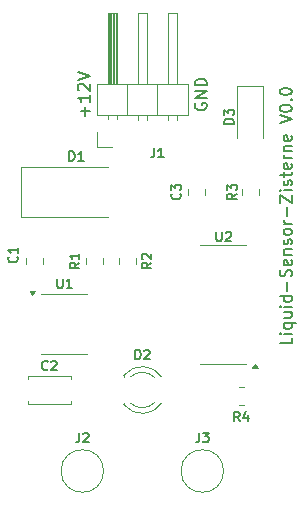
<source format=gbr>
%TF.GenerationSoftware,KiCad,Pcbnew,8.0.1*%
%TF.CreationDate,2024-11-01T11:19:19+01:00*%
%TF.ProjectId,Liquid-Sensor-Zisterne,4c697175-6964-42d5-9365-6e736f722d5a,rev?*%
%TF.SameCoordinates,Original*%
%TF.FileFunction,Legend,Top*%
%TF.FilePolarity,Positive*%
%FSLAX46Y46*%
G04 Gerber Fmt 4.6, Leading zero omitted, Abs format (unit mm)*
G04 Created by KiCad (PCBNEW 8.0.1) date 2024-11-01 11:19:19*
%MOMM*%
%LPD*%
G01*
G04 APERTURE LIST*
%ADD10C,0.200000*%
%ADD11C,0.150000*%
%ADD12C,0.120000*%
G04 APERTURE END LIST*
D10*
X154680266Y-62622326D02*
X154680266Y-61860422D01*
X155061219Y-62241374D02*
X154299314Y-62241374D01*
X155061219Y-60860422D02*
X155061219Y-61431850D01*
X155061219Y-61146136D02*
X154061219Y-61146136D01*
X154061219Y-61146136D02*
X154204076Y-61241374D01*
X154204076Y-61241374D02*
X154299314Y-61336612D01*
X154299314Y-61336612D02*
X154346933Y-61431850D01*
X154156457Y-60479469D02*
X154108838Y-60431850D01*
X154108838Y-60431850D02*
X154061219Y-60336612D01*
X154061219Y-60336612D02*
X154061219Y-60098517D01*
X154061219Y-60098517D02*
X154108838Y-60003279D01*
X154108838Y-60003279D02*
X154156457Y-59955660D01*
X154156457Y-59955660D02*
X154251695Y-59908041D01*
X154251695Y-59908041D02*
X154346933Y-59908041D01*
X154346933Y-59908041D02*
X154489790Y-59955660D01*
X154489790Y-59955660D02*
X155061219Y-60527088D01*
X155061219Y-60527088D02*
X155061219Y-59908041D01*
X154061219Y-59622326D02*
X155061219Y-59288993D01*
X155061219Y-59288993D02*
X154061219Y-58955660D01*
X172156219Y-81429524D02*
X172156219Y-81905714D01*
X172156219Y-81905714D02*
X171156219Y-81905714D01*
X172156219Y-81096190D02*
X171489552Y-81096190D01*
X171156219Y-81096190D02*
X171203838Y-81143809D01*
X171203838Y-81143809D02*
X171251457Y-81096190D01*
X171251457Y-81096190D02*
X171203838Y-81048571D01*
X171203838Y-81048571D02*
X171156219Y-81096190D01*
X171156219Y-81096190D02*
X171251457Y-81096190D01*
X171489552Y-80191429D02*
X172489552Y-80191429D01*
X172108600Y-80191429D02*
X172156219Y-80286667D01*
X172156219Y-80286667D02*
X172156219Y-80477143D01*
X172156219Y-80477143D02*
X172108600Y-80572381D01*
X172108600Y-80572381D02*
X172060980Y-80620000D01*
X172060980Y-80620000D02*
X171965742Y-80667619D01*
X171965742Y-80667619D02*
X171680028Y-80667619D01*
X171680028Y-80667619D02*
X171584790Y-80620000D01*
X171584790Y-80620000D02*
X171537171Y-80572381D01*
X171537171Y-80572381D02*
X171489552Y-80477143D01*
X171489552Y-80477143D02*
X171489552Y-80286667D01*
X171489552Y-80286667D02*
X171537171Y-80191429D01*
X171489552Y-79286667D02*
X172156219Y-79286667D01*
X171489552Y-79715238D02*
X172013361Y-79715238D01*
X172013361Y-79715238D02*
X172108600Y-79667619D01*
X172108600Y-79667619D02*
X172156219Y-79572381D01*
X172156219Y-79572381D02*
X172156219Y-79429524D01*
X172156219Y-79429524D02*
X172108600Y-79334286D01*
X172108600Y-79334286D02*
X172060980Y-79286667D01*
X172156219Y-78810476D02*
X171489552Y-78810476D01*
X171156219Y-78810476D02*
X171203838Y-78858095D01*
X171203838Y-78858095D02*
X171251457Y-78810476D01*
X171251457Y-78810476D02*
X171203838Y-78762857D01*
X171203838Y-78762857D02*
X171156219Y-78810476D01*
X171156219Y-78810476D02*
X171251457Y-78810476D01*
X172156219Y-77905715D02*
X171156219Y-77905715D01*
X172108600Y-77905715D02*
X172156219Y-78000953D01*
X172156219Y-78000953D02*
X172156219Y-78191429D01*
X172156219Y-78191429D02*
X172108600Y-78286667D01*
X172108600Y-78286667D02*
X172060980Y-78334286D01*
X172060980Y-78334286D02*
X171965742Y-78381905D01*
X171965742Y-78381905D02*
X171680028Y-78381905D01*
X171680028Y-78381905D02*
X171584790Y-78334286D01*
X171584790Y-78334286D02*
X171537171Y-78286667D01*
X171537171Y-78286667D02*
X171489552Y-78191429D01*
X171489552Y-78191429D02*
X171489552Y-78000953D01*
X171489552Y-78000953D02*
X171537171Y-77905715D01*
X171775266Y-77429524D02*
X171775266Y-76667620D01*
X172108600Y-76239048D02*
X172156219Y-76096191D01*
X172156219Y-76096191D02*
X172156219Y-75858096D01*
X172156219Y-75858096D02*
X172108600Y-75762858D01*
X172108600Y-75762858D02*
X172060980Y-75715239D01*
X172060980Y-75715239D02*
X171965742Y-75667620D01*
X171965742Y-75667620D02*
X171870504Y-75667620D01*
X171870504Y-75667620D02*
X171775266Y-75715239D01*
X171775266Y-75715239D02*
X171727647Y-75762858D01*
X171727647Y-75762858D02*
X171680028Y-75858096D01*
X171680028Y-75858096D02*
X171632409Y-76048572D01*
X171632409Y-76048572D02*
X171584790Y-76143810D01*
X171584790Y-76143810D02*
X171537171Y-76191429D01*
X171537171Y-76191429D02*
X171441933Y-76239048D01*
X171441933Y-76239048D02*
X171346695Y-76239048D01*
X171346695Y-76239048D02*
X171251457Y-76191429D01*
X171251457Y-76191429D02*
X171203838Y-76143810D01*
X171203838Y-76143810D02*
X171156219Y-76048572D01*
X171156219Y-76048572D02*
X171156219Y-75810477D01*
X171156219Y-75810477D02*
X171203838Y-75667620D01*
X172108600Y-74858096D02*
X172156219Y-74953334D01*
X172156219Y-74953334D02*
X172156219Y-75143810D01*
X172156219Y-75143810D02*
X172108600Y-75239048D01*
X172108600Y-75239048D02*
X172013361Y-75286667D01*
X172013361Y-75286667D02*
X171632409Y-75286667D01*
X171632409Y-75286667D02*
X171537171Y-75239048D01*
X171537171Y-75239048D02*
X171489552Y-75143810D01*
X171489552Y-75143810D02*
X171489552Y-74953334D01*
X171489552Y-74953334D02*
X171537171Y-74858096D01*
X171537171Y-74858096D02*
X171632409Y-74810477D01*
X171632409Y-74810477D02*
X171727647Y-74810477D01*
X171727647Y-74810477D02*
X171822885Y-75286667D01*
X171489552Y-74381905D02*
X172156219Y-74381905D01*
X171584790Y-74381905D02*
X171537171Y-74334286D01*
X171537171Y-74334286D02*
X171489552Y-74239048D01*
X171489552Y-74239048D02*
X171489552Y-74096191D01*
X171489552Y-74096191D02*
X171537171Y-74000953D01*
X171537171Y-74000953D02*
X171632409Y-73953334D01*
X171632409Y-73953334D02*
X172156219Y-73953334D01*
X172108600Y-73524762D02*
X172156219Y-73429524D01*
X172156219Y-73429524D02*
X172156219Y-73239048D01*
X172156219Y-73239048D02*
X172108600Y-73143810D01*
X172108600Y-73143810D02*
X172013361Y-73096191D01*
X172013361Y-73096191D02*
X171965742Y-73096191D01*
X171965742Y-73096191D02*
X171870504Y-73143810D01*
X171870504Y-73143810D02*
X171822885Y-73239048D01*
X171822885Y-73239048D02*
X171822885Y-73381905D01*
X171822885Y-73381905D02*
X171775266Y-73477143D01*
X171775266Y-73477143D02*
X171680028Y-73524762D01*
X171680028Y-73524762D02*
X171632409Y-73524762D01*
X171632409Y-73524762D02*
X171537171Y-73477143D01*
X171537171Y-73477143D02*
X171489552Y-73381905D01*
X171489552Y-73381905D02*
X171489552Y-73239048D01*
X171489552Y-73239048D02*
X171537171Y-73143810D01*
X172156219Y-72524762D02*
X172108600Y-72620000D01*
X172108600Y-72620000D02*
X172060980Y-72667619D01*
X172060980Y-72667619D02*
X171965742Y-72715238D01*
X171965742Y-72715238D02*
X171680028Y-72715238D01*
X171680028Y-72715238D02*
X171584790Y-72667619D01*
X171584790Y-72667619D02*
X171537171Y-72620000D01*
X171537171Y-72620000D02*
X171489552Y-72524762D01*
X171489552Y-72524762D02*
X171489552Y-72381905D01*
X171489552Y-72381905D02*
X171537171Y-72286667D01*
X171537171Y-72286667D02*
X171584790Y-72239048D01*
X171584790Y-72239048D02*
X171680028Y-72191429D01*
X171680028Y-72191429D02*
X171965742Y-72191429D01*
X171965742Y-72191429D02*
X172060980Y-72239048D01*
X172060980Y-72239048D02*
X172108600Y-72286667D01*
X172108600Y-72286667D02*
X172156219Y-72381905D01*
X172156219Y-72381905D02*
X172156219Y-72524762D01*
X172156219Y-71762857D02*
X171489552Y-71762857D01*
X171680028Y-71762857D02*
X171584790Y-71715238D01*
X171584790Y-71715238D02*
X171537171Y-71667619D01*
X171537171Y-71667619D02*
X171489552Y-71572381D01*
X171489552Y-71572381D02*
X171489552Y-71477143D01*
X171775266Y-71143809D02*
X171775266Y-70381905D01*
X171156219Y-70000952D02*
X171156219Y-69334286D01*
X171156219Y-69334286D02*
X172156219Y-70000952D01*
X172156219Y-70000952D02*
X172156219Y-69334286D01*
X172156219Y-68953333D02*
X171489552Y-68953333D01*
X171156219Y-68953333D02*
X171203838Y-69000952D01*
X171203838Y-69000952D02*
X171251457Y-68953333D01*
X171251457Y-68953333D02*
X171203838Y-68905714D01*
X171203838Y-68905714D02*
X171156219Y-68953333D01*
X171156219Y-68953333D02*
X171251457Y-68953333D01*
X172108600Y-68524762D02*
X172156219Y-68429524D01*
X172156219Y-68429524D02*
X172156219Y-68239048D01*
X172156219Y-68239048D02*
X172108600Y-68143810D01*
X172108600Y-68143810D02*
X172013361Y-68096191D01*
X172013361Y-68096191D02*
X171965742Y-68096191D01*
X171965742Y-68096191D02*
X171870504Y-68143810D01*
X171870504Y-68143810D02*
X171822885Y-68239048D01*
X171822885Y-68239048D02*
X171822885Y-68381905D01*
X171822885Y-68381905D02*
X171775266Y-68477143D01*
X171775266Y-68477143D02*
X171680028Y-68524762D01*
X171680028Y-68524762D02*
X171632409Y-68524762D01*
X171632409Y-68524762D02*
X171537171Y-68477143D01*
X171537171Y-68477143D02*
X171489552Y-68381905D01*
X171489552Y-68381905D02*
X171489552Y-68239048D01*
X171489552Y-68239048D02*
X171537171Y-68143810D01*
X171489552Y-67810476D02*
X171489552Y-67429524D01*
X171156219Y-67667619D02*
X172013361Y-67667619D01*
X172013361Y-67667619D02*
X172108600Y-67620000D01*
X172108600Y-67620000D02*
X172156219Y-67524762D01*
X172156219Y-67524762D02*
X172156219Y-67429524D01*
X172108600Y-66715238D02*
X172156219Y-66810476D01*
X172156219Y-66810476D02*
X172156219Y-67000952D01*
X172156219Y-67000952D02*
X172108600Y-67096190D01*
X172108600Y-67096190D02*
X172013361Y-67143809D01*
X172013361Y-67143809D02*
X171632409Y-67143809D01*
X171632409Y-67143809D02*
X171537171Y-67096190D01*
X171537171Y-67096190D02*
X171489552Y-67000952D01*
X171489552Y-67000952D02*
X171489552Y-66810476D01*
X171489552Y-66810476D02*
X171537171Y-66715238D01*
X171537171Y-66715238D02*
X171632409Y-66667619D01*
X171632409Y-66667619D02*
X171727647Y-66667619D01*
X171727647Y-66667619D02*
X171822885Y-67143809D01*
X172156219Y-66239047D02*
X171489552Y-66239047D01*
X171680028Y-66239047D02*
X171584790Y-66191428D01*
X171584790Y-66191428D02*
X171537171Y-66143809D01*
X171537171Y-66143809D02*
X171489552Y-66048571D01*
X171489552Y-66048571D02*
X171489552Y-65953333D01*
X171489552Y-65619999D02*
X172156219Y-65619999D01*
X171584790Y-65619999D02*
X171537171Y-65572380D01*
X171537171Y-65572380D02*
X171489552Y-65477142D01*
X171489552Y-65477142D02*
X171489552Y-65334285D01*
X171489552Y-65334285D02*
X171537171Y-65239047D01*
X171537171Y-65239047D02*
X171632409Y-65191428D01*
X171632409Y-65191428D02*
X172156219Y-65191428D01*
X172108600Y-64334285D02*
X172156219Y-64429523D01*
X172156219Y-64429523D02*
X172156219Y-64619999D01*
X172156219Y-64619999D02*
X172108600Y-64715237D01*
X172108600Y-64715237D02*
X172013361Y-64762856D01*
X172013361Y-64762856D02*
X171632409Y-64762856D01*
X171632409Y-64762856D02*
X171537171Y-64715237D01*
X171537171Y-64715237D02*
X171489552Y-64619999D01*
X171489552Y-64619999D02*
X171489552Y-64429523D01*
X171489552Y-64429523D02*
X171537171Y-64334285D01*
X171537171Y-64334285D02*
X171632409Y-64286666D01*
X171632409Y-64286666D02*
X171727647Y-64286666D01*
X171727647Y-64286666D02*
X171822885Y-64762856D01*
X171156219Y-63239046D02*
X172156219Y-62905713D01*
X172156219Y-62905713D02*
X171156219Y-62572380D01*
X171156219Y-62048570D02*
X171156219Y-61953332D01*
X171156219Y-61953332D02*
X171203838Y-61858094D01*
X171203838Y-61858094D02*
X171251457Y-61810475D01*
X171251457Y-61810475D02*
X171346695Y-61762856D01*
X171346695Y-61762856D02*
X171537171Y-61715237D01*
X171537171Y-61715237D02*
X171775266Y-61715237D01*
X171775266Y-61715237D02*
X171965742Y-61762856D01*
X171965742Y-61762856D02*
X172060980Y-61810475D01*
X172060980Y-61810475D02*
X172108600Y-61858094D01*
X172108600Y-61858094D02*
X172156219Y-61953332D01*
X172156219Y-61953332D02*
X172156219Y-62048570D01*
X172156219Y-62048570D02*
X172108600Y-62143808D01*
X172108600Y-62143808D02*
X172060980Y-62191427D01*
X172060980Y-62191427D02*
X171965742Y-62239046D01*
X171965742Y-62239046D02*
X171775266Y-62286665D01*
X171775266Y-62286665D02*
X171537171Y-62286665D01*
X171537171Y-62286665D02*
X171346695Y-62239046D01*
X171346695Y-62239046D02*
X171251457Y-62191427D01*
X171251457Y-62191427D02*
X171203838Y-62143808D01*
X171203838Y-62143808D02*
X171156219Y-62048570D01*
X172060980Y-61286665D02*
X172108600Y-61239046D01*
X172108600Y-61239046D02*
X172156219Y-61286665D01*
X172156219Y-61286665D02*
X172108600Y-61334284D01*
X172108600Y-61334284D02*
X172060980Y-61286665D01*
X172060980Y-61286665D02*
X172156219Y-61286665D01*
X171156219Y-60619999D02*
X171156219Y-60524761D01*
X171156219Y-60524761D02*
X171203838Y-60429523D01*
X171203838Y-60429523D02*
X171251457Y-60381904D01*
X171251457Y-60381904D02*
X171346695Y-60334285D01*
X171346695Y-60334285D02*
X171537171Y-60286666D01*
X171537171Y-60286666D02*
X171775266Y-60286666D01*
X171775266Y-60286666D02*
X171965742Y-60334285D01*
X171965742Y-60334285D02*
X172060980Y-60381904D01*
X172060980Y-60381904D02*
X172108600Y-60429523D01*
X172108600Y-60429523D02*
X172156219Y-60524761D01*
X172156219Y-60524761D02*
X172156219Y-60619999D01*
X172156219Y-60619999D02*
X172108600Y-60715237D01*
X172108600Y-60715237D02*
X172060980Y-60762856D01*
X172060980Y-60762856D02*
X171965742Y-60810475D01*
X171965742Y-60810475D02*
X171775266Y-60858094D01*
X171775266Y-60858094D02*
X171537171Y-60858094D01*
X171537171Y-60858094D02*
X171346695Y-60810475D01*
X171346695Y-60810475D02*
X171251457Y-60762856D01*
X171251457Y-60762856D02*
X171203838Y-60715237D01*
X171203838Y-60715237D02*
X171156219Y-60619999D01*
X164014838Y-61590517D02*
X163967219Y-61685755D01*
X163967219Y-61685755D02*
X163967219Y-61828612D01*
X163967219Y-61828612D02*
X164014838Y-61971469D01*
X164014838Y-61971469D02*
X164110076Y-62066707D01*
X164110076Y-62066707D02*
X164205314Y-62114326D01*
X164205314Y-62114326D02*
X164395790Y-62161945D01*
X164395790Y-62161945D02*
X164538647Y-62161945D01*
X164538647Y-62161945D02*
X164729123Y-62114326D01*
X164729123Y-62114326D02*
X164824361Y-62066707D01*
X164824361Y-62066707D02*
X164919600Y-61971469D01*
X164919600Y-61971469D02*
X164967219Y-61828612D01*
X164967219Y-61828612D02*
X164967219Y-61733374D01*
X164967219Y-61733374D02*
X164919600Y-61590517D01*
X164919600Y-61590517D02*
X164871980Y-61542898D01*
X164871980Y-61542898D02*
X164538647Y-61542898D01*
X164538647Y-61542898D02*
X164538647Y-61733374D01*
X164967219Y-61114326D02*
X163967219Y-61114326D01*
X163967219Y-61114326D02*
X164967219Y-60542898D01*
X164967219Y-60542898D02*
X163967219Y-60542898D01*
X164967219Y-60066707D02*
X163967219Y-60066707D01*
X163967219Y-60066707D02*
X163967219Y-59828612D01*
X163967219Y-59828612D02*
X164014838Y-59685755D01*
X164014838Y-59685755D02*
X164110076Y-59590517D01*
X164110076Y-59590517D02*
X164205314Y-59542898D01*
X164205314Y-59542898D02*
X164395790Y-59495279D01*
X164395790Y-59495279D02*
X164538647Y-59495279D01*
X164538647Y-59495279D02*
X164729123Y-59542898D01*
X164729123Y-59542898D02*
X164824361Y-59590517D01*
X164824361Y-59590517D02*
X164919600Y-59685755D01*
X164919600Y-59685755D02*
X164967219Y-59828612D01*
X164967219Y-59828612D02*
X164967219Y-60066707D01*
D11*
X167760667Y-88500295D02*
X167494000Y-88119342D01*
X167303524Y-88500295D02*
X167303524Y-87700295D01*
X167303524Y-87700295D02*
X167608286Y-87700295D01*
X167608286Y-87700295D02*
X167684476Y-87738390D01*
X167684476Y-87738390D02*
X167722571Y-87776485D01*
X167722571Y-87776485D02*
X167760667Y-87852676D01*
X167760667Y-87852676D02*
X167760667Y-87966961D01*
X167760667Y-87966961D02*
X167722571Y-88043152D01*
X167722571Y-88043152D02*
X167684476Y-88081247D01*
X167684476Y-88081247D02*
X167608286Y-88119342D01*
X167608286Y-88119342D02*
X167303524Y-88119342D01*
X168446381Y-87966961D02*
X168446381Y-88500295D01*
X168255905Y-87662200D02*
X168065428Y-88233628D01*
X168065428Y-88233628D02*
X168560667Y-88233628D01*
X167240295Y-63328475D02*
X166440295Y-63328475D01*
X166440295Y-63328475D02*
X166440295Y-63137999D01*
X166440295Y-63137999D02*
X166478390Y-63023713D01*
X166478390Y-63023713D02*
X166554580Y-62947523D01*
X166554580Y-62947523D02*
X166630771Y-62909428D01*
X166630771Y-62909428D02*
X166783152Y-62871332D01*
X166783152Y-62871332D02*
X166897438Y-62871332D01*
X166897438Y-62871332D02*
X167049819Y-62909428D01*
X167049819Y-62909428D02*
X167126009Y-62947523D01*
X167126009Y-62947523D02*
X167202200Y-63023713D01*
X167202200Y-63023713D02*
X167240295Y-63137999D01*
X167240295Y-63137999D02*
X167240295Y-63328475D01*
X166440295Y-62604666D02*
X166440295Y-62109428D01*
X166440295Y-62109428D02*
X166745057Y-62376094D01*
X166745057Y-62376094D02*
X166745057Y-62261809D01*
X166745057Y-62261809D02*
X166783152Y-62185618D01*
X166783152Y-62185618D02*
X166821247Y-62147523D01*
X166821247Y-62147523D02*
X166897438Y-62109428D01*
X166897438Y-62109428D02*
X167087914Y-62109428D01*
X167087914Y-62109428D02*
X167164104Y-62147523D01*
X167164104Y-62147523D02*
X167202200Y-62185618D01*
X167202200Y-62185618D02*
X167240295Y-62261809D01*
X167240295Y-62261809D02*
X167240295Y-62490380D01*
X167240295Y-62490380D02*
X167202200Y-62566571D01*
X167202200Y-62566571D02*
X167164104Y-62604666D01*
X164325333Y-89478295D02*
X164325333Y-90049723D01*
X164325333Y-90049723D02*
X164287238Y-90164009D01*
X164287238Y-90164009D02*
X164211047Y-90240200D01*
X164211047Y-90240200D02*
X164096762Y-90278295D01*
X164096762Y-90278295D02*
X164020571Y-90278295D01*
X164630095Y-89478295D02*
X165125333Y-89478295D01*
X165125333Y-89478295D02*
X164858667Y-89783057D01*
X164858667Y-89783057D02*
X164972952Y-89783057D01*
X164972952Y-89783057D02*
X165049143Y-89821152D01*
X165049143Y-89821152D02*
X165087238Y-89859247D01*
X165087238Y-89859247D02*
X165125333Y-89935438D01*
X165125333Y-89935438D02*
X165125333Y-90125914D01*
X165125333Y-90125914D02*
X165087238Y-90202104D01*
X165087238Y-90202104D02*
X165049143Y-90240200D01*
X165049143Y-90240200D02*
X164972952Y-90278295D01*
X164972952Y-90278295D02*
X164744381Y-90278295D01*
X164744381Y-90278295D02*
X164668190Y-90240200D01*
X164668190Y-90240200D02*
X164630095Y-90202104D01*
X162690104Y-69221332D02*
X162728200Y-69259428D01*
X162728200Y-69259428D02*
X162766295Y-69373713D01*
X162766295Y-69373713D02*
X162766295Y-69449904D01*
X162766295Y-69449904D02*
X162728200Y-69564190D01*
X162728200Y-69564190D02*
X162652009Y-69640380D01*
X162652009Y-69640380D02*
X162575819Y-69678475D01*
X162575819Y-69678475D02*
X162423438Y-69716571D01*
X162423438Y-69716571D02*
X162309152Y-69716571D01*
X162309152Y-69716571D02*
X162156771Y-69678475D01*
X162156771Y-69678475D02*
X162080580Y-69640380D01*
X162080580Y-69640380D02*
X162004390Y-69564190D01*
X162004390Y-69564190D02*
X161966295Y-69449904D01*
X161966295Y-69449904D02*
X161966295Y-69373713D01*
X161966295Y-69373713D02*
X162004390Y-69259428D01*
X162004390Y-69259428D02*
X162042485Y-69221332D01*
X161966295Y-68954666D02*
X161966295Y-68459428D01*
X161966295Y-68459428D02*
X162271057Y-68726094D01*
X162271057Y-68726094D02*
X162271057Y-68611809D01*
X162271057Y-68611809D02*
X162309152Y-68535618D01*
X162309152Y-68535618D02*
X162347247Y-68497523D01*
X162347247Y-68497523D02*
X162423438Y-68459428D01*
X162423438Y-68459428D02*
X162613914Y-68459428D01*
X162613914Y-68459428D02*
X162690104Y-68497523D01*
X162690104Y-68497523D02*
X162728200Y-68535618D01*
X162728200Y-68535618D02*
X162766295Y-68611809D01*
X162766295Y-68611809D02*
X162766295Y-68840380D01*
X162766295Y-68840380D02*
X162728200Y-68916571D01*
X162728200Y-68916571D02*
X162690104Y-68954666D01*
X153333524Y-66450295D02*
X153333524Y-65650295D01*
X153333524Y-65650295D02*
X153524000Y-65650295D01*
X153524000Y-65650295D02*
X153638286Y-65688390D01*
X153638286Y-65688390D02*
X153714476Y-65764580D01*
X153714476Y-65764580D02*
X153752571Y-65840771D01*
X153752571Y-65840771D02*
X153790667Y-65993152D01*
X153790667Y-65993152D02*
X153790667Y-66107438D01*
X153790667Y-66107438D02*
X153752571Y-66259819D01*
X153752571Y-66259819D02*
X153714476Y-66336009D01*
X153714476Y-66336009D02*
X153638286Y-66412200D01*
X153638286Y-66412200D02*
X153524000Y-66450295D01*
X153524000Y-66450295D02*
X153333524Y-66450295D01*
X154552571Y-66450295D02*
X154095428Y-66450295D01*
X154324000Y-66450295D02*
X154324000Y-65650295D01*
X154324000Y-65650295D02*
X154247809Y-65764580D01*
X154247809Y-65764580D02*
X154171619Y-65840771D01*
X154171619Y-65840771D02*
X154095428Y-65878866D01*
X160515333Y-65348295D02*
X160515333Y-65919723D01*
X160515333Y-65919723D02*
X160477238Y-66034009D01*
X160477238Y-66034009D02*
X160401047Y-66110200D01*
X160401047Y-66110200D02*
X160286762Y-66148295D01*
X160286762Y-66148295D02*
X160210571Y-66148295D01*
X161315333Y-66148295D02*
X160858190Y-66148295D01*
X161086762Y-66148295D02*
X161086762Y-65348295D01*
X161086762Y-65348295D02*
X161010571Y-65462580D01*
X161010571Y-65462580D02*
X160934381Y-65538771D01*
X160934381Y-65538771D02*
X160858190Y-65576866D01*
X154160295Y-75063332D02*
X153779342Y-75329999D01*
X154160295Y-75520475D02*
X153360295Y-75520475D01*
X153360295Y-75520475D02*
X153360295Y-75215713D01*
X153360295Y-75215713D02*
X153398390Y-75139523D01*
X153398390Y-75139523D02*
X153436485Y-75101428D01*
X153436485Y-75101428D02*
X153512676Y-75063332D01*
X153512676Y-75063332D02*
X153626961Y-75063332D01*
X153626961Y-75063332D02*
X153703152Y-75101428D01*
X153703152Y-75101428D02*
X153741247Y-75139523D01*
X153741247Y-75139523D02*
X153779342Y-75215713D01*
X153779342Y-75215713D02*
X153779342Y-75520475D01*
X154160295Y-74301428D02*
X154160295Y-74758571D01*
X154160295Y-74529999D02*
X153360295Y-74529999D01*
X153360295Y-74529999D02*
X153474580Y-74606190D01*
X153474580Y-74606190D02*
X153550771Y-74682380D01*
X153550771Y-74682380D02*
X153588866Y-74758571D01*
X160254295Y-75063332D02*
X159873342Y-75329999D01*
X160254295Y-75520475D02*
X159454295Y-75520475D01*
X159454295Y-75520475D02*
X159454295Y-75215713D01*
X159454295Y-75215713D02*
X159492390Y-75139523D01*
X159492390Y-75139523D02*
X159530485Y-75101428D01*
X159530485Y-75101428D02*
X159606676Y-75063332D01*
X159606676Y-75063332D02*
X159720961Y-75063332D01*
X159720961Y-75063332D02*
X159797152Y-75101428D01*
X159797152Y-75101428D02*
X159835247Y-75139523D01*
X159835247Y-75139523D02*
X159873342Y-75215713D01*
X159873342Y-75215713D02*
X159873342Y-75520475D01*
X159530485Y-74758571D02*
X159492390Y-74720475D01*
X159492390Y-74720475D02*
X159454295Y-74644285D01*
X159454295Y-74644285D02*
X159454295Y-74453809D01*
X159454295Y-74453809D02*
X159492390Y-74377618D01*
X159492390Y-74377618D02*
X159530485Y-74339523D01*
X159530485Y-74339523D02*
X159606676Y-74301428D01*
X159606676Y-74301428D02*
X159682866Y-74301428D01*
X159682866Y-74301428D02*
X159797152Y-74339523D01*
X159797152Y-74339523D02*
X160254295Y-74796666D01*
X160254295Y-74796666D02*
X160254295Y-74301428D01*
X154165333Y-89478295D02*
X154165333Y-90049723D01*
X154165333Y-90049723D02*
X154127238Y-90164009D01*
X154127238Y-90164009D02*
X154051047Y-90240200D01*
X154051047Y-90240200D02*
X153936762Y-90278295D01*
X153936762Y-90278295D02*
X153860571Y-90278295D01*
X154508190Y-89554485D02*
X154546286Y-89516390D01*
X154546286Y-89516390D02*
X154622476Y-89478295D01*
X154622476Y-89478295D02*
X154812952Y-89478295D01*
X154812952Y-89478295D02*
X154889143Y-89516390D01*
X154889143Y-89516390D02*
X154927238Y-89554485D01*
X154927238Y-89554485D02*
X154965333Y-89630676D01*
X154965333Y-89630676D02*
X154965333Y-89706866D01*
X154965333Y-89706866D02*
X154927238Y-89821152D01*
X154927238Y-89821152D02*
X154470095Y-90278295D01*
X154470095Y-90278295D02*
X154965333Y-90278295D01*
X158916524Y-83254295D02*
X158916524Y-82454295D01*
X158916524Y-82454295D02*
X159107000Y-82454295D01*
X159107000Y-82454295D02*
X159221286Y-82492390D01*
X159221286Y-82492390D02*
X159297476Y-82568580D01*
X159297476Y-82568580D02*
X159335571Y-82644771D01*
X159335571Y-82644771D02*
X159373667Y-82797152D01*
X159373667Y-82797152D02*
X159373667Y-82911438D01*
X159373667Y-82911438D02*
X159335571Y-83063819D01*
X159335571Y-83063819D02*
X159297476Y-83140009D01*
X159297476Y-83140009D02*
X159221286Y-83216200D01*
X159221286Y-83216200D02*
X159107000Y-83254295D01*
X159107000Y-83254295D02*
X158916524Y-83254295D01*
X159678428Y-82530485D02*
X159716524Y-82492390D01*
X159716524Y-82492390D02*
X159792714Y-82454295D01*
X159792714Y-82454295D02*
X159983190Y-82454295D01*
X159983190Y-82454295D02*
X160059381Y-82492390D01*
X160059381Y-82492390D02*
X160097476Y-82530485D01*
X160097476Y-82530485D02*
X160135571Y-82606676D01*
X160135571Y-82606676D02*
X160135571Y-82682866D01*
X160135571Y-82682866D02*
X160097476Y-82797152D01*
X160097476Y-82797152D02*
X159640333Y-83254295D01*
X159640333Y-83254295D02*
X160135571Y-83254295D01*
X165760476Y-72460295D02*
X165760476Y-73107914D01*
X165760476Y-73107914D02*
X165798571Y-73184104D01*
X165798571Y-73184104D02*
X165836666Y-73222200D01*
X165836666Y-73222200D02*
X165912857Y-73260295D01*
X165912857Y-73260295D02*
X166065238Y-73260295D01*
X166065238Y-73260295D02*
X166141428Y-73222200D01*
X166141428Y-73222200D02*
X166179523Y-73184104D01*
X166179523Y-73184104D02*
X166217619Y-73107914D01*
X166217619Y-73107914D02*
X166217619Y-72460295D01*
X166560475Y-72536485D02*
X166598571Y-72498390D01*
X166598571Y-72498390D02*
X166674761Y-72460295D01*
X166674761Y-72460295D02*
X166865237Y-72460295D01*
X166865237Y-72460295D02*
X166941428Y-72498390D01*
X166941428Y-72498390D02*
X166979523Y-72536485D01*
X166979523Y-72536485D02*
X167017618Y-72612676D01*
X167017618Y-72612676D02*
X167017618Y-72688866D01*
X167017618Y-72688866D02*
X166979523Y-72803152D01*
X166979523Y-72803152D02*
X166522380Y-73260295D01*
X166522380Y-73260295D02*
X167017618Y-73260295D01*
X148876104Y-74555332D02*
X148914200Y-74593428D01*
X148914200Y-74593428D02*
X148952295Y-74707713D01*
X148952295Y-74707713D02*
X148952295Y-74783904D01*
X148952295Y-74783904D02*
X148914200Y-74898190D01*
X148914200Y-74898190D02*
X148838009Y-74974380D01*
X148838009Y-74974380D02*
X148761819Y-75012475D01*
X148761819Y-75012475D02*
X148609438Y-75050571D01*
X148609438Y-75050571D02*
X148495152Y-75050571D01*
X148495152Y-75050571D02*
X148342771Y-75012475D01*
X148342771Y-75012475D02*
X148266580Y-74974380D01*
X148266580Y-74974380D02*
X148190390Y-74898190D01*
X148190390Y-74898190D02*
X148152295Y-74783904D01*
X148152295Y-74783904D02*
X148152295Y-74707713D01*
X148152295Y-74707713D02*
X148190390Y-74593428D01*
X148190390Y-74593428D02*
X148228485Y-74555332D01*
X148952295Y-73793428D02*
X148952295Y-74250571D01*
X148952295Y-74021999D02*
X148152295Y-74021999D01*
X148152295Y-74021999D02*
X148266580Y-74098190D01*
X148266580Y-74098190D02*
X148342771Y-74174380D01*
X148342771Y-74174380D02*
X148380866Y-74250571D01*
X151504667Y-84106104D02*
X151466571Y-84144200D01*
X151466571Y-84144200D02*
X151352286Y-84182295D01*
X151352286Y-84182295D02*
X151276095Y-84182295D01*
X151276095Y-84182295D02*
X151161809Y-84144200D01*
X151161809Y-84144200D02*
X151085619Y-84068009D01*
X151085619Y-84068009D02*
X151047524Y-83991819D01*
X151047524Y-83991819D02*
X151009428Y-83839438D01*
X151009428Y-83839438D02*
X151009428Y-83725152D01*
X151009428Y-83725152D02*
X151047524Y-83572771D01*
X151047524Y-83572771D02*
X151085619Y-83496580D01*
X151085619Y-83496580D02*
X151161809Y-83420390D01*
X151161809Y-83420390D02*
X151276095Y-83382295D01*
X151276095Y-83382295D02*
X151352286Y-83382295D01*
X151352286Y-83382295D02*
X151466571Y-83420390D01*
X151466571Y-83420390D02*
X151504667Y-83458485D01*
X151809428Y-83458485D02*
X151847524Y-83420390D01*
X151847524Y-83420390D02*
X151923714Y-83382295D01*
X151923714Y-83382295D02*
X152114190Y-83382295D01*
X152114190Y-83382295D02*
X152190381Y-83420390D01*
X152190381Y-83420390D02*
X152228476Y-83458485D01*
X152228476Y-83458485D02*
X152266571Y-83534676D01*
X152266571Y-83534676D02*
X152266571Y-83610866D01*
X152266571Y-83610866D02*
X152228476Y-83725152D01*
X152228476Y-83725152D02*
X151771333Y-84182295D01*
X151771333Y-84182295D02*
X152266571Y-84182295D01*
X167494295Y-69221332D02*
X167113342Y-69487999D01*
X167494295Y-69678475D02*
X166694295Y-69678475D01*
X166694295Y-69678475D02*
X166694295Y-69373713D01*
X166694295Y-69373713D02*
X166732390Y-69297523D01*
X166732390Y-69297523D02*
X166770485Y-69259428D01*
X166770485Y-69259428D02*
X166846676Y-69221332D01*
X166846676Y-69221332D02*
X166960961Y-69221332D01*
X166960961Y-69221332D02*
X167037152Y-69259428D01*
X167037152Y-69259428D02*
X167075247Y-69297523D01*
X167075247Y-69297523D02*
X167113342Y-69373713D01*
X167113342Y-69373713D02*
X167113342Y-69678475D01*
X166694295Y-68954666D02*
X166694295Y-68459428D01*
X166694295Y-68459428D02*
X166999057Y-68726094D01*
X166999057Y-68726094D02*
X166999057Y-68611809D01*
X166999057Y-68611809D02*
X167037152Y-68535618D01*
X167037152Y-68535618D02*
X167075247Y-68497523D01*
X167075247Y-68497523D02*
X167151438Y-68459428D01*
X167151438Y-68459428D02*
X167341914Y-68459428D01*
X167341914Y-68459428D02*
X167418104Y-68497523D01*
X167418104Y-68497523D02*
X167456200Y-68535618D01*
X167456200Y-68535618D02*
X167494295Y-68611809D01*
X167494295Y-68611809D02*
X167494295Y-68840380D01*
X167494295Y-68840380D02*
X167456200Y-68916571D01*
X167456200Y-68916571D02*
X167418104Y-68954666D01*
X152298476Y-76426295D02*
X152298476Y-77073914D01*
X152298476Y-77073914D02*
X152336571Y-77150104D01*
X152336571Y-77150104D02*
X152374666Y-77188200D01*
X152374666Y-77188200D02*
X152450857Y-77226295D01*
X152450857Y-77226295D02*
X152603238Y-77226295D01*
X152603238Y-77226295D02*
X152679428Y-77188200D01*
X152679428Y-77188200D02*
X152717523Y-77150104D01*
X152717523Y-77150104D02*
X152755619Y-77073914D01*
X152755619Y-77073914D02*
X152755619Y-76426295D01*
X153555618Y-77226295D02*
X153098475Y-77226295D01*
X153327047Y-77226295D02*
X153327047Y-76426295D01*
X153327047Y-76426295D02*
X153250856Y-76540580D01*
X153250856Y-76540580D02*
X153174666Y-76616771D01*
X153174666Y-76616771D02*
X153098475Y-76654866D01*
D12*
%TO.C,R4*%
X167666936Y-85625000D02*
X168121064Y-85625000D01*
X167666936Y-87095000D02*
X168121064Y-87095000D01*
%TO.C,D3*%
X167546000Y-60078000D02*
X167546000Y-64488000D01*
X169766000Y-60078000D02*
X167546000Y-60078000D01*
X169766000Y-64488000D02*
X169766000Y-60078000D01*
%TO.C,J3*%
X166392000Y-92710000D02*
G75*
G02*
X162792000Y-92710000I-1800000J0D01*
G01*
X162792000Y-92710000D02*
G75*
G02*
X166392000Y-92710000I1800000J0D01*
G01*
%TO.C,C3*%
X163349000Y-69349252D02*
X163349000Y-68826748D01*
X164819000Y-69349252D02*
X164819000Y-68826748D01*
%TO.C,D1*%
X149214000Y-66938000D02*
X149214000Y-71238000D01*
X149214000Y-66938000D02*
X156624000Y-66938000D01*
X149214000Y-71238000D02*
X156624000Y-71238000D01*
%TO.C,J1*%
X155642000Y-59908000D02*
X155642000Y-62568000D01*
X155642000Y-62568000D02*
X163382000Y-62568000D01*
X155702000Y-65278000D02*
X155702000Y-64008000D01*
X156592000Y-53908000D02*
X157352000Y-53908000D01*
X156592000Y-59908000D02*
X156592000Y-53908000D01*
X156592000Y-62898000D02*
X156592000Y-62568000D01*
X156652000Y-59908000D02*
X156652000Y-53908000D01*
X156772000Y-59908000D02*
X156772000Y-53908000D01*
X156892000Y-59908000D02*
X156892000Y-53908000D01*
X156972000Y-65278000D02*
X155702000Y-65278000D01*
X157012000Y-59908000D02*
X157012000Y-53908000D01*
X157132000Y-59908000D02*
X157132000Y-53908000D01*
X157252000Y-59908000D02*
X157252000Y-53908000D01*
X157352000Y-53908000D02*
X157352000Y-59908000D01*
X157352000Y-62898000D02*
X157352000Y-62568000D01*
X158242000Y-62568000D02*
X158242000Y-59908000D01*
X159132000Y-53908000D02*
X159892000Y-53908000D01*
X159132000Y-59908000D02*
X159132000Y-53908000D01*
X159132000Y-62965071D02*
X159132000Y-62568000D01*
X159892000Y-53908000D02*
X159892000Y-59908000D01*
X159892000Y-62965071D02*
X159892000Y-62568000D01*
X160782000Y-62568000D02*
X160782000Y-59908000D01*
X161672000Y-53908000D02*
X162432000Y-53908000D01*
X161672000Y-59908000D02*
X161672000Y-53908000D01*
X161672000Y-62965071D02*
X161672000Y-62568000D01*
X162432000Y-53908000D02*
X162432000Y-59908000D01*
X162432000Y-62965071D02*
X162432000Y-62568000D01*
X163382000Y-59908000D02*
X155642000Y-59908000D01*
X163382000Y-62568000D02*
X163382000Y-59908000D01*
%TO.C,R1*%
X154713000Y-75157064D02*
X154713000Y-74702936D01*
X156183000Y-75157064D02*
X156183000Y-74702936D01*
%TO.C,R2*%
X157507000Y-74702936D02*
X157507000Y-75157064D01*
X158977000Y-74702936D02*
X158977000Y-75157064D01*
%TO.C,J2*%
X156232000Y-92710000D02*
G75*
G02*
X152632000Y-92710000I-1800000J0D01*
G01*
X152632000Y-92710000D02*
G75*
G02*
X156232000Y-92710000I1800000J0D01*
G01*
%TO.C,D2*%
X157947000Y-84616000D02*
X157947000Y-84772000D01*
X157947000Y-86932000D02*
X157947000Y-87088000D01*
X157947001Y-84616485D02*
G75*
G02*
X161179334Y-84773392I1559999J-1235515D01*
G01*
X158466040Y-84772001D02*
G75*
G02*
X160548129Y-84772164I1040960J-1079999D01*
G01*
X160548129Y-86931836D02*
G75*
G02*
X158466040Y-86931999I-1041129J1079836D01*
G01*
X161179334Y-86930608D02*
G75*
G02*
X157947001Y-87087515I-1672334J1078608D01*
G01*
%TO.C,U2*%
X166370000Y-73553000D02*
X164420000Y-73553000D01*
X166370000Y-73553000D02*
X168320000Y-73553000D01*
X166370000Y-83673000D02*
X164420000Y-83673000D01*
X166370000Y-83673000D02*
X168320000Y-83673000D01*
X169310000Y-83948000D02*
X168830000Y-83948000D01*
X169070000Y-83618000D01*
X169310000Y-83948000D01*
G36*
X169310000Y-83948000D02*
G01*
X168830000Y-83948000D01*
X169070000Y-83618000D01*
X169310000Y-83948000D01*
G37*
%TO.C,C1*%
X149633000Y-74668748D02*
X149633000Y-75191252D01*
X151103000Y-74668748D02*
X151103000Y-75191252D01*
%TO.C,C2*%
X149818000Y-84682000D02*
X149818000Y-84927000D01*
X149818000Y-84682000D02*
X153458000Y-84682000D01*
X149818000Y-86777000D02*
X149818000Y-87022000D01*
X149818000Y-87022000D02*
X153458000Y-87022000D01*
X153458000Y-84682000D02*
X153458000Y-84927000D01*
X153458000Y-86777000D02*
X153458000Y-87022000D01*
%TO.C,R3*%
X167921000Y-68860936D02*
X167921000Y-69315064D01*
X169391000Y-68860936D02*
X169391000Y-69315064D01*
%TO.C,U1*%
X152908000Y-77704000D02*
X150958000Y-77704000D01*
X152908000Y-77704000D02*
X154858000Y-77704000D01*
X152908000Y-82824000D02*
X150958000Y-82824000D01*
X152908000Y-82824000D02*
X154858000Y-82824000D01*
X150208000Y-77799000D02*
X149968000Y-77469000D01*
X150448000Y-77469000D01*
X150208000Y-77799000D01*
G36*
X150208000Y-77799000D02*
G01*
X149968000Y-77469000D01*
X150448000Y-77469000D01*
X150208000Y-77799000D01*
G37*
%TD*%
M02*

</source>
